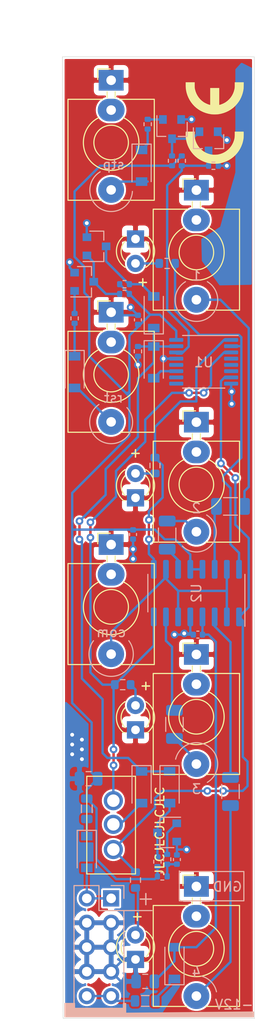
<source format=kicad_pcb>
(kicad_pcb (version 20171130) (host pcbnew "(5.1.9)-1")
  (layers (0 F.Cu signal) (31 B.Cu signal) (34 B.Paste user) (35 F.Paste user) (36 B.SilkS user) (37 F.SilkS user) (38 B.Mask user) (39 F.Mask user) (44 Edge.Cuts user))
  (net 0 "")
  (net 1 "Net-(J1-PadTN)")
  (net 2 "Net-(J2-PadTN)")
  (net 3 "Net-(J3-PadTN)")
  (net 4 "Net-(J4-PadTN)")
  (net 5 "Net-(J5-PadTN)")
  (net 6 "Net-(J5-PadT)")
  (net 7 "Net-(J6-PadTN)")
  (net 8 "Net-(J7-PadTN)")
  (net 9 "Net-(U1-Pad12)")
  (net 10 "Net-(U1-Pad10)")
  (net 11 "Net-(U1-Pad5)")
  (net 12 "Net-(U1-Pad4)")
  (net 13 "Net-(D1-Pad2)")
  (net 14 "Net-(D1-Pad1)")
  (net 15 "Net-(Q1-Pad1)")
  (net 16 "Net-(R2-Pad2)")
  (net 17 "Net-(D2-Pad2)")
  (net 18 "Net-(D3-Pad2)")
  (net 19 "Net-(D4-Pad2)")
  (net 20 "Net-(D4-Pad1)")
  (net 21 "Net-(Q2-Pad1)")
  (net 22 "Net-(Q3-Pad3)")
  (net 23 "Net-(Q3-Pad1)")
  (net 24 +12V)
  (net 25 "Net-(C1-Pad2)")
  (net 26 -12V)
  (net 27 "Net-(D5-Pad2)")
  (net 28 "Net-(D6-Pad2)")
  (net 29 "Net-(Q5-Pad1)")
  (net 30 "Net-(R13-Pad2)")
  (net 31 "Net-(R14-Pad2)")
  (net 32 "Net-(R15-Pad2)")
  (net 33 "Net-(D9-Pad2)")
  (net 34 "Net-(D10-Pad2)")
  (net 35 "Net-(D7-Pad2)")
  (net 36 "Net-(D8-Pad2)")
  (net 37 "Net-(R19-Pad2)")
  (net 38 "Net-(R16-Pad2)")
  (net 39 "Net-(R17-Pad2)")
  (net 40 "Net-(R18-Pad2)")
  (net 41 "Net-(D11-Pad2)")
  (net 42 "Net-(D11-Pad1)")
  (net 43 "Net-(D12-Pad1)")
  (net 44 "Net-(FB2-Pad2)")
  (net 45 MR)
  (net 46 out1)
  (net 47 out2)
  (net 48 out3)
  (net 49 out4)
  (net 50 GNDREF)
  (net 51 STEP)
  (module Symbol:CE-Logo_8.5x6mm_SilkScreen (layer F.Cu) (at 255.905 85.725 90)
    (fp_text reference REF** hide)
    (fp_text value CE-Logo_8.5x6mm_SilkScreen hide)
  )
  (module Resistor_SMD:R_1206_3216Metric (layer B.Cu) (at 257.556 155.2555 90)
    (fp_text reference R15 hide)
    (fp_text value 1k)
    (pad 2 smd roundrect (at 1.4625 0 90) (size 1.125 1.75) (layers B.Cu B.Paste B.Mask) (roundrect_rratio 0.2222213333333333) (net 32 "Net-(R15-Pad2)"))
    (pad 1 smd roundrect (at -1.4625 0 90) (size 1.125 1.75) (layers B.Cu B.Paste B.Mask) (roundrect_rratio 0.2222213333333333) (net 49 out4))
  )
  (module Resistor_SMD:R_1206_3216Metric (layer B.Cu) (at 251.714 148.2745 90)
    (fp_text reference R14 hide)
    (fp_text value 1k)
    (pad 2 smd roundrect (at 1.4625 0 90) (size 1.125 1.75) (layers B.Cu B.Paste B.Mask) (roundrect_rratio 0.2222213333333333) (net 31 "Net-(R14-Pad2)"))
    (pad 1 smd roundrect (at -1.4625 0 90) (size 1.125 1.75) (layers B.Cu B.Paste B.Mask) (roundrect_rratio 0.2222213333333333) (net 48 out3))
  )
  (module Resistor_SMD:R_1206_3216Metric (layer B.Cu) (at 250.952 128.5855 270)
    (fp_text reference R13 hide)
    (fp_text value 1k)
    (pad 2 smd roundrect (at 1.4625 0 270) (size 1.125 1.75) (layers B.Cu B.Paste B.Mask) (roundrect_rratio 0.2222213333333333) (net 30 "Net-(R13-Pad2)"))
    (pad 1 smd roundrect (at -1.4625 0 270) (size 1.125 1.75) (layers B.Cu B.Paste B.Mask) (roundrect_rratio 0.2222213333333333) (net 47 out2))
  )
  (module Resistor_SMD:R_1206_3216Metric (layer B.Cu) (at 257.556 125.603 180)
    (fp_text reference R2 hide)
    (fp_text value 1k)
    (pad 2 smd roundrect (at 1.4625 0 180) (size 1.125 1.75) (layers B.Cu B.Paste B.Mask) (roundrect_rratio 0.2222213333333333) (net 16 "Net-(R2-Pad2)"))
    (pad 1 smd roundrect (at -1.4625 0 180) (size 1.125 1.75) (layers B.Cu B.Paste B.Mask) (roundrect_rratio 0.2222213333333333) (net 46 out1))
  )
  (module Resistor_SMD:R_0402_1005Metric (layer B.Cu) (at 250.446 164.084 180)
    (fp_text reference R10 hide)
    (fp_text value 100k)
    (pad 2 smd roundrect (at 0.51 0 180) (size 0.54 0.64) (layers B.Cu B.Paste B.Mask) (net 24 +12V))
    (pad 1 smd roundrect (at -0.51 0 180) (size 0.54 0.64) (layers B.Cu B.Paste B.Mask) (net 25 "Net-(C1-Pad2)"))
  )
  (module myKicadLib:SW_SPDT_2_5mm (layer F.Cu) (at 243.84 153.67)
    (fp_text reference SW1 hide)
    (fp_text value "2 4 3")
    (pad 3 thru_hole circle (at 1.5 7.62) (size 2 2) (drill 1.3) (layers *.Cu *.Mask) (net 37 "Net-(R19-Pad2)"))
    (pad 2 thru_hole circle (at 1.5 5) (size 2 2) (drill 1.3) (layers *.Cu *.Mask) (net 28 "Net-(D6-Pad2)"))
    (pad 1 thru_hole circle (at 1.5 2.54) (size 2 2) (drill 1.3) (layers *.Cu *.Mask) (net 40 "Net-(R18-Pad2)"))
  )
  (module Inductor_SMD:L_0805_2012Metric (layer B.Cu) (at 248.666 177.038 180)
    (fp_text reference FB2 hide)
    (fp_text value Ferrite_Bead_Small)
    (pad 2 smd roundrect (at 1.0625 0 180) (size 0.875 1.2) (layers B.Cu B.Paste B.Mask) (net 44 "Net-(FB2-Pad2)"))
    (pad 1 smd roundrect (at -1.0625 0 180) (size 0.875 1.2) (layers B.Cu B.Paste B.Mask) (net 43 "Net-(D12-Pad1)"))
  )
  (module Inductor_SMD:L_0805_2012Metric (layer B.Cu) (at 242.57 157.0525 270)
    (fp_text reference FB1 hide)
    (fp_text value Ferrite_Bead_Small)
    (pad 2 smd roundrect (at 1.0625 0 270) (size 0.875 1.2) (layers B.Cu B.Paste B.Mask) (net 42 "Net-(D11-Pad1)"))
    (pad 1 smd roundrect (at -1.0625 0 270) (size 0.875 1.2) (layers B.Cu B.Paste B.Mask) (net 24 +12V))
  )
  (module Diode_SMD:D_SOD-123 (layer B.Cu) (at 251.714 173.102 90)
    (fp_text reference D12 hide)
    (fp_text value 1N5819W)
    (pad 1 smd rect (at -1.65 0 90) (size 0.9 1.2) (layers B.Cu B.Paste B.Mask) (net 43 "Net-(D12-Pad1)"))
    (pad 2 smd rect (at 1.65 0 90) (size 0.9 1.2) (layers B.Cu B.Paste B.Mask) (net 26 -12V))
  )
  (module Diode_SMD:D_SOD-123 (layer B.Cu) (at 242.57 161.545 270)
    (fp_text reference D11 hide)
    (fp_text value 1N5819W)
    (pad 2 smd rect (at 1.65 0 270) (size 0.9 1.2) (layers B.Cu B.Paste B.Mask) (net 41 "Net-(D11-Pad2)"))
    (pad 1 smd rect (at -1.65 0 270) (size 0.9 1.2) (layers B.Cu B.Paste B.Mask) (net 42 "Net-(D11-Pad1)"))
  )
  (module Capacitor_SMD:C_0805_2012Metric (layer B.Cu) (at 248.666 175.006)
    (fp_text reference C6 hide)
    (fp_text value 10u hide)
    (pad 2 smd roundrect (at 0.95 0) (size 1 1.45) (layers B.Cu B.Paste B.Mask) (net 26 -12V))
    (pad 1 smd roundrect (at -0.95 0) (size 1 1.45) (layers B.Cu B.Paste B.Mask) (net 50 GNDREF))
  )
  (module Capacitor_SMD:C_0805_2012Metric (layer B.Cu) (at 242.758 153.924 180)
    (fp_text reference C5 hide)
    (fp_text value 22u)
    (pad 2 smd roundrect (at 0.95 0 180) (size 1 1.45) (layers B.Cu B.Paste B.Mask) (net 50 GNDREF))
    (pad 1 smd roundrect (at -0.95 0 180) (size 1 1.45) (layers B.Cu B.Paste B.Mask) (net 24 +12V))
  )
  (module Connector_PinHeader_2.54mm:PinHeader_2x05_P2.54mm_Vertical (layer B.Cu) (at 245.11 166.37 180)
    (fp_text reference J8 hide)
    (fp_text value Conn_02x05_Odd_Even)
    (pad 10 thru_hole oval (at 2.54 -10.16 180) (size 1.7 1.7) (drill 1) (layers *.Cu *.Mask) (net 44 "Net-(FB2-Pad2)"))
    (pad 9 thru_hole oval (at 0 -10.16 180) (size 1.7 1.7) (drill 1) (layers *.Cu *.Mask) (net 44 "Net-(FB2-Pad2)"))
    (pad 8 thru_hole oval (at 2.54 -7.62 180) (size 1.7 1.7) (drill 1) (layers *.Cu *.Mask) (net 50 GNDREF))
    (pad 7 thru_hole oval (at 0 -7.62 180) (size 1.7 1.7) (drill 1) (layers *.Cu *.Mask) (net 50 GNDREF))
    (pad 6 thru_hole oval (at 2.54 -5.08 180) (size 1.7 1.7) (drill 1) (layers *.Cu *.Mask) (net 50 GNDREF))
    (pad 5 thru_hole oval (at 0 -5.08 180) (size 1.7 1.7) (drill 1) (layers *.Cu *.Mask) (net 50 GNDREF))
    (pad 4 thru_hole oval (at 2.54 -2.54 180) (size 1.7 1.7) (drill 1) (layers *.Cu *.Mask) (net 50 GNDREF))
    (pad 3 thru_hole oval (at 0 -2.54 180) (size 1.7 1.7) (drill 1) (layers *.Cu *.Mask) (net 50 GNDREF))
    (pad 2 thru_hole oval (at 2.54 0 180) (size 1.7 1.7) (drill 1) (layers *.Cu *.Mask) (net 41 "Net-(D11-Pad2)"))
    (pad 1 thru_hole rect (at 0 0 180) (size 1.7 1.7) (drill 1) (layers *.Cu *.Mask) (net 41 "Net-(D11-Pad2)"))
  )
  (module LED_THT:LED_D3.0mm (layer F.Cu) (at 247.65 172.72 90)
    (fp_text reference D10 hide)
    (fp_text value LED)
    (pad 2 thru_hole circle (at 2.54 0 90) (size 1.8 1.8) (drill 0.9) (layers *.Cu *.Mask) (net 34 "Net-(D10-Pad2)"))
    (pad 1 thru_hole rect (at 0 0 90) (size 1.8 1.8) (drill 0.9) (layers *.Cu *.Mask) (net 50 GNDREF))
  )
  (module LED_THT:LED_D3.0mm (layer F.Cu) (at 247.65 148.844 90)
    (fp_text reference D9 hide)
    (fp_text value LED)
    (pad 2 thru_hole circle (at 2.54 0 90) (size 1.8 1.8) (drill 0.9) (layers *.Cu *.Mask) (net 33 "Net-(D9-Pad2)"))
    (pad 1 thru_hole rect (at 0 0 90) (size 1.8 1.8) (drill 0.9) (layers *.Cu *.Mask) (net 50 GNDREF))
  )
  (module LED_THT:LED_D3.0mm (layer F.Cu) (at 247.65 124.714 90)
    (fp_text reference D8 hide)
    (fp_text value LED)
    (pad 2 thru_hole circle (at 2.54 0 90) (size 1.8 1.8) (drill 0.9) (layers *.Cu *.Mask) (net 36 "Net-(D8-Pad2)"))
    (pad 1 thru_hole rect (at 0 0 90) (size 1.8 1.8) (drill 0.9) (layers *.Cu *.Mask) (net 50 GNDREF))
  )
  (module LED_THT:LED_D3.0mm (layer F.Cu) (at 247.65 97.79 270)
    (fp_text reference D7 hide)
    (fp_text value LED)
    (pad 2 thru_hole circle (at 2.54 0 270) (size 1.8 1.8) (drill 0.9) (layers *.Cu *.Mask) (net 35 "Net-(D7-Pad2)"))
    (pad 1 thru_hole rect (at 0 0 270) (size 1.8 1.8) (drill 0.9) (layers *.Cu *.Mask) (net 50 GNDREF))
  )
  (module Resistor_SMD:R_0603_1608Metric (layer B.Cu) (at 247.65 164.465 90)
    (fp_text reference R19 hide)
    (fp_text value 1k)
    (pad 2 smd roundrect (at 0.825 0 90) (size 0.8 0.95) (layers B.Cu B.Paste B.Mask) (net 37 "Net-(R19-Pad2)"))
    (pad 1 smd roundrect (at -0.825 0 90) (size 0.8 0.95) (layers B.Cu B.Paste B.Mask) (net 34 "Net-(D10-Pad2)"))
  )
  (module Resistor_SMD:R_0603_1608Metric (layer B.Cu) (at 246.316 144.145 180)
    (fp_text reference R18 hide)
    (fp_text value 1k)
    (pad 2 smd roundrect (at 0.825 0 180) (size 0.8 0.95) (layers B.Cu B.Paste B.Mask) (net 40 "Net-(R18-Pad2)"))
    (pad 1 smd roundrect (at -0.825 0 180) (size 0.8 0.95) (layers B.Cu B.Paste B.Mask) (net 33 "Net-(D9-Pad2)"))
  )
  (module Resistor_SMD:R_0603_1608Metric (layer B.Cu) (at 249.682 121.349 90)
    (fp_text reference R17 hide)
    (fp_text value 1k)
    (pad 2 smd roundrect (at 0.825 0 90) (size 0.8 0.95) (layers B.Cu B.Paste B.Mask) (net 39 "Net-(R17-Pad2)"))
    (pad 1 smd roundrect (at -0.825 0 90) (size 0.8 0.95) (layers B.Cu B.Paste B.Mask) (net 36 "Net-(D8-Pad2)"))
  )
  (module Resistor_SMD:R_0603_1608Metric (layer B.Cu) (at 250.952 100.33)
    (fp_text reference R16 hide)
    (fp_text value 1k)
    (pad 2 smd roundrect (at 0.825 0) (size 0.8 0.95) (layers B.Cu B.Paste B.Mask) (net 38 "Net-(R16-Pad2)"))
    (pad 1 smd roundrect (at -0.825 0) (size 0.8 0.95) (layers B.Cu B.Paste B.Mask) (net 35 "Net-(D7-Pad2)"))
  )
  (module Resistor_SMD:R_0402_1005Metric (layer B.Cu) (at 249.936 162.56 90)
    (fp_text reference R12 hide)
    (fp_text value 10k)
    (pad 2 smd roundrect (at 0.51 0 90) (size 0.54 0.64) (layers B.Cu B.Paste B.Mask) (net 27 "Net-(D5-Pad2)"))
    (pad 1 smd roundrect (at -0.51 0 90) (size 0.54 0.64) (layers B.Cu B.Paste B.Mask) (net 24 +12V))
  )
  (module Resistor_SMD:R_0402_1005Metric (layer B.Cu) (at 250.952 162.306 270)
    (fp_text reference R11 hide)
    (fp_text value 10k)
    (pad 2 smd roundrect (at 0.51 0 270) (size 0.54 0.64) (layers B.Cu B.Paste B.Mask) (net 25 "Net-(C1-Pad2)"))
    (pad 1 smd roundrect (at -0.51 0 270) (size 0.54 0.64) (layers B.Cu B.Paste B.Mask) (net 29 "Net-(Q5-Pad1)"))
  )
  (module Package_TO_SOT_SMD:SOT-23 (layer B.Cu) (at 250.952 159.512 180)
    (fp_text reference Q5 hide)
    (fp_text value MMBT3904)
    (pad 3 smd rect (at 1 0 180) (size 0.9 0.8) (layers B.Cu B.Paste B.Mask) (net 27 "Net-(D5-Pad2)"))
    (pad 2 smd rect (at -1 -0.95 180) (size 0.9 0.8) (layers B.Cu B.Paste B.Mask) (net 50 GNDREF))
    (pad 1 smd rect (at -1 0.95 180) (size 0.9 0.8) (layers B.Cu B.Paste B.Mask) (net 29 "Net-(Q5-Pad1)"))
  )
  (module Diode_SMD:D_SOD-123 (layer B.Cu) (at 248.285 154.812 270)
    (fp_text reference D6 hide)
    (fp_text value 1N4148W)
    (pad 2 smd rect (at 1.65 0 270) (size 0.9 1.2) (layers B.Cu B.Paste B.Mask) (net 28 "Net-(D6-Pad2)"))
    (pad 1 smd rect (at -1.65 0 270) (size 0.9 1.2) (layers B.Cu B.Paste B.Mask) (net 45 MR))
  )
  (module Diode_SMD:D_SOD-123 (layer B.Cu) (at 251.206 154.812 270)
    (fp_text reference D5 hide)
    (fp_text value 1N4148W)
    (pad 2 smd rect (at 1.65 0 270) (size 0.9 1.2) (layers B.Cu B.Paste B.Mask) (net 27 "Net-(D5-Pad2)"))
    (pad 1 smd rect (at -1.65 0 270) (size 0.9 1.2) (layers B.Cu B.Paste B.Mask) (net 45 MR))
  )
  (module Capacitor_SMD:C_0402_1005Metric (layer B.Cu) (at 254.155 138.938 180)
    (fp_text reference C4 hide)
    (fp_text value 100n)
    (pad 2 smd roundrect (at 0.48 0 180) (size 0.56 0.62) (layers B.Cu B.Paste B.Mask) (net 50 GNDREF))
    (pad 1 smd roundrect (at -0.48 0 180) (size 0.56 0.62) (layers B.Cu B.Paste B.Mask) (net 26 -12V))
  )
  (module Capacitor_SMD:C_0402_1005Metric (layer B.Cu) (at 247.396 128.524 90)
    (fp_text reference C3 hide)
    (fp_text value 100n)
    (pad 2 smd roundrect (at 0.48 0 90) (size 0.56 0.62) (layers B.Cu B.Paste B.Mask) (net 24 +12V))
    (pad 1 smd roundrect (at -0.48 0 90) (size 0.56 0.62) (layers B.Cu B.Paste B.Mask) (net 50 GNDREF))
  )
  (module Capacitor_SMD:C_0402_1005Metric (layer B.Cu) (at 247.904 106.2 270)
    (fp_text reference C2 hide)
    (fp_text value 100n)
    (pad 2 smd roundrect (at 0.48 0 270) (size 0.56 0.62) (layers B.Cu B.Paste B.Mask) (net 24 +12V))
    (pad 1 smd roundrect (at -0.48 0 270) (size 0.56 0.62) (layers B.Cu B.Paste B.Mask) (net 50 GNDREF))
  )
  (module Capacitor_SMD:C_0402_1005Metric (layer B.Cu) (at 251.968 162.334 270)
    (fp_text reference C1 hide)
    (fp_text value 1u)
    (pad 2 smd roundrect (at 0.48 0 270) (size 0.56 0.62) (layers B.Cu B.Paste B.Mask) (net 25 "Net-(C1-Pad2)"))
    (pad 1 smd roundrect (at -0.48 0 270) (size 0.56 0.62) (layers B.Cu B.Paste B.Mask) (net 50 GNDREF))
  )
  (module Resistor_SMD:R_0402_1005Metric (layer B.Cu) (at 247.904 109.476 90)
    (fp_text reference R9 hide)
    (fp_text value 47k)
    (pad 2 smd roundrect (at 0.51 0 90) (size 0.54 0.64) (layers B.Cu B.Paste B.Mask) (net 45 MR))
    (pad 1 smd roundrect (at -0.51 0 90) (size 0.54 0.64) (layers B.Cu B.Paste B.Mask) (net 50 GNDREF))
  )
  (module Resistor_SMD:R_0402_1005Metric (layer B.Cu) (at 255.778 90.17)
    (fp_text reference R8 hide)
    (fp_text value 47k)
    (pad 2 smd roundrect (at 0.51 0) (size 0.54 0.64) (layers B.Cu B.Paste B.Mask) (net 50 GNDREF))
    (pad 1 smd roundrect (at -0.51 0) (size 0.54 0.64) (layers B.Cu B.Paste B.Mask) (net 51 STEP))
  )
  (module Resistor_SMD:R_0402_1005Metric (layer B.Cu) (at 246.507 102.489)
    (fp_text reference R7 hide)
    (fp_text value 10k)
    (pad 2 smd roundrect (at 0.51 0) (size 0.54 0.64) (layers B.Cu B.Paste B.Mask) (net 17 "Net-(D2-Pad2)"))
    (pad 1 smd roundrect (at -0.51 0) (size 0.54 0.64) (layers B.Cu B.Paste B.Mask) (net 24 +12V))
  )
  (module Resistor_SMD:R_0402_1005Metric (layer B.Cu) (at 246.505 103.505 180)
    (fp_text reference R6 hide)
    (fp_text value 10k)
    (pad 2 smd roundrect (at 0.51 0 180) (size 0.54 0.64) (layers B.Cu B.Paste B.Mask) (net 22 "Net-(Q3-Pad3)"))
    (pad 1 smd roundrect (at -0.51 0 180) (size 0.54 0.64) (layers B.Cu B.Paste B.Mask) (net 24 +12V))
  )
  (module Resistor_SMD:R_0402_1005Metric (layer B.Cu) (at 251.46 89.66 90)
    (fp_text reference R5 hide)
    (fp_text value 10k)
    (pad 2 smd roundrect (at 0.51 0 90) (size 0.54 0.64) (layers B.Cu B.Paste B.Mask) (net 15 "Net-(Q1-Pad1)"))
    (pad 1 smd roundrect (at -0.51 0 90) (size 0.54 0.64) (layers B.Cu B.Paste B.Mask) (net 24 +12V))
  )
  (module Resistor_SMD:R_0402_1005Metric (layer B.Cu) (at 241.3 106.045 270)
    (fp_text reference R4 hide)
    (fp_text value 47k)
    (pad 2 smd roundrect (at 0.51 0 270) (size 0.54 0.64) (layers B.Cu B.Paste B.Mask) (net 20 "Net-(D4-Pad1)"))
    (pad 1 smd roundrect (at -0.51 0 270) (size 0.54 0.64) (layers B.Cu B.Paste B.Mask) (net 23 "Net-(Q3-Pad1)"))
  )
  (module Package_TO_SOT_SMD:SOT-23 (layer B.Cu) (at 243.586 98.552)
    (fp_text reference Q4 hide)
    (fp_text value MMBT3904)
    (pad 3 smd rect (at 1 0) (size 0.9 0.8) (layers B.Cu B.Paste B.Mask) (net 17 "Net-(D2-Pad2)"))
    (pad 2 smd rect (at -1 -0.95) (size 0.9 0.8) (layers B.Cu B.Paste B.Mask) (net 50 GNDREF))
    (pad 1 smd rect (at -1 0.95) (size 0.9 0.8) (layers B.Cu B.Paste B.Mask) (net 22 "Net-(Q3-Pad3)"))
  )
  (module Package_TO_SOT_SMD:SOT-23 (layer B.Cu) (at 242.3 102.235)
    (fp_text reference Q3 hide)
    (fp_text value MMBT3904)
    (pad 3 smd rect (at 1 0) (size 0.9 0.8) (layers B.Cu B.Paste B.Mask) (net 22 "Net-(Q3-Pad3)"))
    (pad 2 smd rect (at -1 -0.95) (size 0.9 0.8) (layers B.Cu B.Paste B.Mask) (net 50 GNDREF))
    (pad 1 smd rect (at -1 0.95) (size 0.9 0.8) (layers B.Cu B.Paste B.Mask) (net 23 "Net-(Q3-Pad1)"))
  )
  (module Package_TO_SOT_SMD:SOT-23 (layer B.Cu) (at 251.46 86.36 270)
    (fp_text reference Q2 hide)
    (fp_text value MMBT3904)
    (pad 3 smd rect (at 1 0 270) (size 0.9 0.8) (layers B.Cu B.Paste B.Mask) (net 15 "Net-(Q1-Pad1)"))
    (pad 2 smd rect (at -1 -0.95 270) (size 0.9 0.8) (layers B.Cu B.Paste B.Mask) (net 50 GNDREF))
    (pad 1 smd rect (at -1 0.95 270) (size 0.9 0.8) (layers B.Cu B.Paste B.Mask) (net 21 "Net-(Q2-Pad1)"))
  )
  (module Diode_SMD:D_SOD-123 (layer B.Cu) (at 241.3 111.633 270)
    (fp_text reference D4 hide)
    (fp_text value 1N4148W)
    (pad 2 smd rect (at 1.65 0 270) (size 0.9 1.2) (layers B.Cu B.Paste B.Mask) (net 19 "Net-(D4-Pad2)"))
    (pad 1 smd rect (at -1.65 0 270) (size 0.9 1.2) (layers B.Cu B.Paste B.Mask) (net 20 "Net-(D4-Pad1)"))
  )
  (module Diode_SMD:D_SOD-123 (layer B.Cu) (at 249.555 110.616 270)
    (fp_text reference D3 hide)
    (fp_text value 1N4148W)
    (pad 2 smd rect (at 1.65 0 270) (size 0.9 1.2) (layers B.Cu B.Paste B.Mask) (net 18 "Net-(D3-Pad2)"))
    (pad 1 smd rect (at -1.65 0 270) (size 0.9 1.2) (layers B.Cu B.Paste B.Mask) (net 45 MR))
  )
  (module Diode_SMD:D_SOD-123 (layer B.Cu) (at 249.555 105.411 90)
    (fp_text reference D2 hide)
    (fp_text value 1N4148W)
    (pad 2 smd rect (at 1.65 0 90) (size 0.9 1.2) (layers B.Cu B.Paste B.Mask) (net 17 "Net-(D2-Pad2)"))
    (pad 1 smd rect (at -1.65 0 90) (size 0.9 1.2) (layers B.Cu B.Paste B.Mask) (net 45 MR))
  )
  (module Resistor_SMD:R_0402_1005Metric (layer B.Cu) (at 252.476 89.662 270)
    (fp_text reference R3 hide)
    (fp_text value 10k)
    (pad 2 smd roundrect (at 0.51 0 270) (size 0.54 0.64) (layers B.Cu B.Paste B.Mask) (net 51 STEP))
    (pad 1 smd roundrect (at -0.51 0 270) (size 0.54 0.64) (layers B.Cu B.Paste B.Mask) (net 24 +12V))
  )
  (module Package_TO_SOT_SMD:SOT-23 (layer B.Cu) (at 255.27 87.63 270)
    (fp_text reference Q1 hide)
    (fp_text value MMBT3904)
    (pad 3 smd rect (at 1 0 270) (size 0.9 0.8) (layers B.Cu B.Paste B.Mask) (net 51 STEP))
    (pad 2 smd rect (at -1 -0.95 270) (size 0.9 0.8) (layers B.Cu B.Paste B.Mask) (net 50 GNDREF))
    (pad 1 smd rect (at -1 0.95 270) (size 0.9 0.8) (layers B.Cu B.Paste B.Mask) (net 15 "Net-(Q1-Pad1)"))
  )
  (module Resistor_SMD:R_0402_1005Metric (layer B.Cu) (at 248.92 85.85 270)
    (fp_text reference R1 hide)
    (fp_text value 47k)
    (pad 2 smd roundrect (at 0.51 0 270) (size 0.54 0.64) (layers B.Cu B.Paste B.Mask) (net 14 "Net-(D1-Pad1)"))
    (pad 1 smd roundrect (at -0.51 0 270) (size 0.54 0.64) (layers B.Cu B.Paste B.Mask) (net 21 "Net-(Q2-Pad1)"))
  )
  (module Diode_SMD:D_SOD-123 (layer B.Cu) (at 248.285 90.17 270)
    (fp_text reference D1 hide)
    (fp_text value 1N4148W)
    (pad 2 smd rect (at 1.65 0 270) (size 0.9 1.2) (layers B.Cu B.Paste B.Mask) (net 13 "Net-(D1-Pad2)"))
    (pad 1 smd rect (at -1.65 0 270) (size 0.9 1.2) (layers B.Cu B.Paste B.Mask) (net 14 "Net-(D1-Pad1)"))
  )
  (module Package_SO:TSSOP-16_4.4x5mm_P0.65mm (layer B.Cu) (at 254.762 110.561 180)
    (fp_text reference U1 (at 0 -0.056 180) (layer B.SilkS) (effects (justify mirror)))
    (fp_text value 4022B)
    (pad 16 smd roundrect (at 2.8625 2.275 180) (size 1.475 0.4) (layers B.Cu B.Paste B.Mask) (net 24 +12V))
    (pad 15 smd roundrect (at 2.8625 1.625 180) (size 1.475 0.4) (layers B.Cu B.Paste B.Mask) (net 45 MR))
    (pad 14 smd roundrect (at 2.8625 0.975 180) (size 1.475 0.4) (layers B.Cu B.Paste B.Mask) (net 51 STEP))
    (pad 13 smd roundrect (at 2.8625 0.325 180) (size 1.475 0.4) (layers B.Cu B.Paste B.Mask) (net 50 GNDREF))
    (pad 12 smd roundrect (at 2.8625 -0.325 180) (size 1.475 0.4) (layers B.Cu B.Paste B.Mask) (net 9 "Net-(U1-Pad12)"))
    (pad 11 smd roundrect (at 2.8625 -0.975 180) (size 1.475 0.4) (layers B.Cu B.Paste B.Mask) (net 18 "Net-(D3-Pad2)"))
    (pad 10 smd roundrect (at 2.8625 -1.625 180) (size 1.475 0.4) (layers B.Cu B.Paste B.Mask) (net 10 "Net-(U1-Pad10)"))
    (pad 9 smd roundrect (at 2.8625 -2.275 180) (size 1.475 0.4) (layers B.Cu B.Paste B.Mask))
    (pad 8 smd roundrect (at -2.8625 -2.275 180) (size 1.475 0.4) (layers B.Cu B.Paste B.Mask) (net 50 GNDREF))
    (pad 7 smd roundrect (at -2.8625 -1.625 180) (size 1.475 0.4) (layers B.Cu B.Paste B.Mask) (net 37 "Net-(R19-Pad2)"))
    (pad 6 smd roundrect (at -2.8625 -0.975 180) (size 1.475 0.4) (layers B.Cu B.Paste B.Mask))
    (pad 5 smd roundrect (at -2.8625 -0.325 180) (size 1.475 0.4) (layers B.Cu B.Paste B.Mask) (net 11 "Net-(U1-Pad5)"))
    (pad 4 smd roundrect (at -2.8625 0.325 180) (size 1.475 0.4) (layers B.Cu B.Paste B.Mask) (net 12 "Net-(U1-Pad4)"))
    (pad 3 smd roundrect (at -2.8625 0.975 180) (size 1.475 0.4) (layers B.Cu B.Paste B.Mask) (net 40 "Net-(R18-Pad2)"))
    (pad 2 smd roundrect (at -2.8625 1.625 180) (size 1.475 0.4) (layers B.Cu B.Paste B.Mask) (net 38 "Net-(R16-Pad2)"))
    (pad 1 smd roundrect (at -2.8625 2.275 180) (size 1.475 0.4) (layers B.Cu B.Paste B.Mask) (net 39 "Net-(R17-Pad2)"))
  )
  (module Package_SO:SOIC-16_3.9x9.9mm_P1.27mm (layer B.Cu) (at 254 134.62 90)
    (fp_text reference U2 (at 0 0 270) (layer B.SilkS) (effects (justify mirror)))
    (fp_text value DG412xY)
    (pad 16 smd roundrect (at 2.475 4.445 90) (size 1.95 0.6) (layers B.Cu B.Paste B.Mask) (net 38 "Net-(R16-Pad2)"))
    (pad 15 smd roundrect (at 2.475 3.175 90) (size 1.95 0.6) (layers B.Cu B.Paste B.Mask) (net 6 "Net-(J5-PadT)"))
    (pad 14 smd roundrect (at 2.475 1.905 90) (size 1.95 0.6) (layers B.Cu B.Paste B.Mask) (net 16 "Net-(R2-Pad2)"))
    (pad 13 smd roundrect (at 2.475 0.635 90) (size 1.95 0.6) (layers B.Cu B.Paste B.Mask) (net 24 +12V))
    (pad 12 smd roundrect (at 2.475 -0.635 90) (size 1.95 0.6) (layers B.Cu B.Paste B.Mask) (net 24 +12V))
    (pad 11 smd roundrect (at 2.475 -1.905 90) (size 1.95 0.6) (layers B.Cu B.Paste B.Mask) (net 30 "Net-(R13-Pad2)"))
    (pad 10 smd roundrect (at 2.475 -3.175 90) (size 1.95 0.6) (layers B.Cu B.Paste B.Mask) (net 6 "Net-(J5-PadT)"))
    (pad 9 smd roundrect (at 2.475 -4.445 90) (size 1.95 0.6) (layers B.Cu B.Paste B.Mask) (net 39 "Net-(R17-Pad2)"))
    (pad 8 smd roundrect (at -2.475 -4.445 90) (size 1.95 0.6) (layers B.Cu B.Paste B.Mask) (net 40 "Net-(R18-Pad2)"))
    (pad 7 smd roundrect (at -2.475 -3.175 90) (size 1.95 0.6) (layers B.Cu B.Paste B.Mask) (net 31 "Net-(R14-Pad2)"))
    (pad 6 smd roundrect (at -2.475 -1.905 90) (size 1.95 0.6) (layers B.Cu B.Paste B.Mask) (net 6 "Net-(J5-PadT)"))
    (pad 5 smd roundrect (at -2.475 -0.635 90) (size 1.95 0.6) (layers B.Cu B.Paste B.Mask) (net 50 GNDREF))
    (pad 4 smd roundrect (at -2.475 0.635 90) (size 1.95 0.6) (layers B.Cu B.Paste B.Mask) (net 26 -12V))
    (pad 3 smd roundrect (at -2.475 1.905 90) (size 1.95 0.6) (layers B.Cu B.Paste B.Mask) (net 32 "Net-(R15-Pad2)"))
    (pad 2 smd roundrect (at -2.475 3.175 90) (size 1.95 0.6) (layers B.Cu B.Paste B.Mask) (net 6 "Net-(J5-PadT)"))
    (pad 1 smd roundrect (at -2.475 4.445 90) (size 1.95 0.6) (layers B.Cu B.Paste B.Mask) (net 37 "Net-(R19-Pad2)"))
  )
  (module kicad_jacks:Jack_3.5mm_QingPu_WQP-PJ398SM_Vertical_CircularHolesSMALL (layer F.Cu) (at 245.11 81.28)
    (fp_text reference J7 hide)
    (fp_text value stp (at 0.254 8.763 180) (layer B.SilkS) (effects (justify mirror)))
    (pad TN thru_hole oval (at 0 3.1 180) (size 2.8 2.35) (drill 1) (layers *.Cu *.Mask) (net 8 "Net-(J7-PadTN)"))
    (pad S thru_hole rect (at 0 0 180) (size 2.6 2.15) (drill 1) (layers *.Cu *.Mask) (net 50 GNDREF))
    (pad T thru_hole circle (at 0 11.4 180) (size 2.7 2.7) (drill 1) (layers *.Cu *.Mask) (net 13 "Net-(D1-Pad2)"))
  )
  (module kicad_jacks:Jack_3.5mm_QingPu_WQP-PJ398SM_Vertical_CircularHolesSMALL (layer F.Cu) (at 245.11 105.41)
    (fp_text reference J6 hide)
    (fp_text value rst (at 0.254 8.89 180) (layer B.SilkS) (effects (justify mirror)))
    (pad TN thru_hole oval (at 0 3.1 180) (size 2.8 2.35) (drill 1) (layers *.Cu *.Mask) (net 7 "Net-(J6-PadTN)"))
    (pad S thru_hole rect (at 0 0 180) (size 2.6 2.15) (drill 1) (layers *.Cu *.Mask) (net 50 GNDREF))
    (pad T thru_hole circle (at 0 11.4 180) (size 2.7 2.7) (drill 1) (layers *.Cu *.Mask) (net 19 "Net-(D4-Pad2)"))
  )
  (module kicad_jacks:Jack_3.5mm_QingPu_WQP-PJ398SM_Vertical_CircularHolesSMALL (layer F.Cu) (at 245.11 129.57)
    (fp_text reference J5 hide)
    (fp_text value com (at 0 9.114 180) (layer B.SilkS) (effects (justify mirror)))
    (pad TN thru_hole oval (at 0 3.1 180) (size 2.8 2.35) (drill 1) (layers *.Cu *.Mask) (net 5 "Net-(J5-PadTN)"))
    (pad S thru_hole rect (at 0 0 180) (size 2.6 2.15) (drill 1) (layers *.Cu *.Mask) (net 50 GNDREF))
    (pad T thru_hole circle (at 0 11.4 180) (size 2.7 2.7) (drill 1) (layers *.Cu *.Mask) (net 6 "Net-(J5-PadT)"))
  )
  (module kicad_jacks:Jack_3.5mm_QingPu_WQP-PJ398SM_Vertical_CircularHolesSMALL (layer F.Cu) (at 254 165.13)
    (fp_text reference J4 hide)
    (fp_text value 4 (at 0 8.9235 180) (layer B.SilkS) (effects (justify mirror)))
    (pad TN thru_hole oval (at 0 3.1 180) (size 2.8 2.35) (drill 1) (layers *.Cu *.Mask) (net 4 "Net-(J4-PadTN)"))
    (pad S thru_hole rect (at 0 0 180) (size 2.6 2.15) (drill 1) (layers *.Cu *.Mask) (net 50 GNDREF))
    (pad T thru_hole circle (at 0 11.4 180) (size 2.7 2.7) (drill 1) (layers *.Cu *.Mask) (net 49 out4))
  )
  (module kicad_jacks:Jack_3.5mm_QingPu_WQP-PJ398SM_Vertical_CircularHolesSMALL (layer F.Cu) (at 254 141)
    (fp_text reference J3 hide)
    (fp_text value 3 (at 0 14.0035 180) (layer B.SilkS) (effects (justify mirror)))
    (pad TN thru_hole oval (at 0 3.1 180) (size 2.8 2.35) (drill 1) (layers *.Cu *.Mask) (net 3 "Net-(J3-PadTN)"))
    (pad S thru_hole rect (at 0 0 180) (size 2.6 2.15) (drill 1) (layers *.Cu *.Mask) (net 50 GNDREF))
    (pad T thru_hole circle (at 0 11.4 180) (size 2.7 2.7) (drill 1) (layers *.Cu *.Mask) (net 48 out3))
  )
  (module kicad_jacks:Jack_3.5mm_QingPu_WQP-PJ398SM_Vertical_CircularHolesSMALL (layer F.Cu) (at 254 116.84)
    (fp_text reference J2 hide)
    (fp_text value 2 (at 0 8.9535 180) (layer B.SilkS) (effects (justify mirror)))
    (pad TN thru_hole oval (at 0 3.1 180) (size 2.8 2.35) (drill 1) (layers *.Cu *.Mask) (net 2 "Net-(J2-PadTN)"))
    (pad S thru_hole rect (at 0 0 180) (size 2.6 2.15) (drill 1) (layers *.Cu *.Mask) (net 50 GNDREF))
    (pad T thru_hole circle (at 0 11.4 180) (size 2.7 2.7) (drill 1) (layers *.Cu *.Mask) (net 47 out2))
  )
  (module kicad_jacks:Jack_3.5mm_QingPu_WQP-PJ398SM_Vertical_CircularHolesSMALL (layer F.Cu) (at 254 92.71)
    (fp_text reference J1 hide)
    (fp_text value 1 (at 0 8.89 180) (layer B.SilkS) (effects (justify mirror)))
    (pad TN thru_hole oval (at 0 3.1 180) (size 2.8 2.35) (drill 1) (layers *.Cu *.Mask) (net 1 "Net-(J1-PadTN)"))
    (pad S thru_hole rect (at 0 0 180) (size 2.6 2.15) (drill 1) (layers *.Cu *.Mask) (net 50 GNDREF))
    (pad T thru_hole circle (at 0 11.4 180) (size 2.7 2.7) (drill 1) (layers *.Cu *.Mask) (net 46 out1))
  )
  (gr_line (start 246.44 167.64) (end 249.3645 167.64) (layer B.SilkS) (width 0.12))
  (gr_text + (at 248.412 102.235) (layer F.SilkS) (effects (font (size 1 1))))
  (gr_text + (at 247.65 120.015) (layer F.SilkS) (effects (font (size 1 1))))
  (gr_text + (at 247.8405 168.2115) (layer F.SilkS) (effects (font (size 1 1))))
  (gr_text + (at 248.7295 144.2085) (layer F.SilkS) (effects (font (size 1 1))))
  (gr_line (start 252.222 163.5125) (end 252.222 166.624) (layer B.SilkS) (width 0.12))
  (gr_line (start 258.953 163.576) (end 252.222 163.576) (layer B.SilkS) (width 0.12))
  (gr_line (start 258.953 166.624) (end 258.953 163.576) (layer B.SilkS) (width 0.12))
  (gr_line (start 252.222 166.624) (end 258.953 166.624) (layer B.SilkS) (width 0.12))
  (gr_text GND (at 257.2385 165.1635) (layer B.SilkS) (effects (font (size 1 1)) (justify mirror)))
  (gr_arc (start 254.004741 176.53) (end 256.0955 176.0855) (angle -64.08713205) (layer B.SilkS) (width 0.12))
  (gr_arc (start 253.998033 152.398821) (end 255.141033 154.303821) (angle -225.8137502) (layer B.SilkS) (width 0.12))
  (gr_arc (start 254.004741 128.271179) (end 252.5395 129.7305) (angle -194.2113614) (layer B.SilkS) (width 0.12))
  (gr_arc (start 254.004741 104.136544) (end 252.861741 102.231544) (angle -298.1316205) (layer B.SilkS) (width 0.12))
  (gr_arc (start 245.11 116.84) (end 243.84 114.9985) (angle -278.1171172) (layer B.SilkS) (width 0.12))
  (gr_arc (start 245.11 140.97) (end 243.2685 139.573) (angle -254.3694129) (layer B.SilkS) (width 0.12))
  (gr_arc (start 245.11 92.71) (end 243.967 90.805) (angle -235.6697828) (layer B.SilkS) (width 0.12))
  (gr_text + (at 248.7295 166.5605 180) (layer B.SilkS) (effects (font (size 1.5 1.5)) (justify mirror)))
  (gr_text -12V (at 257.937 177.419) (layer B.SilkS) (effects (font (size 1 1)) (justify mirror)))
  (gr_poly (pts (xy 241.3 177.8) (xy 246.38 177.8) (xy 246.38 177.292) (xy 246.634 177.292) (xy 246.634 178.308) (xy 259.969 178.181) (xy 259.969 178.689) (xy 240.284 178.689) (xy 240.284 177.292) (xy 241.3 177.292)) (layer B.SilkS) (width 0.1))
  (gr_text JLCJLCJLCJLC (at 250.19 159.385 90) (layer F.SilkS) (effects (font (size 0.9 0.9))))
  (gr_line (start 260.03 78.84) (end 240.03 78.84) (layer Edge.Cuts) (width 0.05))
  (gr_line (start 240.03 78.84) (end 240.1 178.8393) (layer Edge.Cuts) (width 0.05))
  (gr_line (start 240.1 178.8393) (end 260.1 178.8393) (layer Edge.Cuts) (width 0.05))
  (gr_line (start 260.1 178.8393) (end 260.03 78.84) (layer Edge.Cuts) (width 0.05))
  (segment (start 245.11 140.97) (end 245.11 139.060812) (width 0.25) (layer B.Cu) (net 6))
  (segment (start 252.095 137.095) (end 252.095 135.509) (width 0.25) (layer B.Cu) (net 6))
  (segment (start 257.175 132.145) (end 257.175 137.095) (width 0.25) (layer B.Cu) (net 6))
  (segment (start 252.095 134.39) (end 252.095 137.095) (width 0.25) (layer B.Cu) (net 6))
  (segment (start 250.825 133.12) (end 252.095 134.39) (width 0.25) (layer B.Cu) (net 6))
  (segment (start 250.825 132.145) (end 250.825 133.12) (width 0.25) (layer B.Cu) (net 6))
  (segment (start 245.11 140.97) (end 245.11 138.684) (width 0.25) (layer B.Cu) (net 6))
  (segment (start 250.825 132.969) (end 250.825 132.145) (width 0.25) (layer B.Cu) (net 6))
  (segment (start 245.11 138.684) (end 250.825 132.969) (width 0.25) (layer B.Cu) (net 6))
  (segment (start 252.095 134.39) (end 257.151 134.39) (width 0.25) (layer B.Cu) (net 6))
  (segment (start 245.97 91.82) (end 245.11 92.68) (width 0.25) (layer B.Cu) (net 13))
  (segment (start 248.92 91.82) (end 245.97 91.82) (width 0.25) (layer B.Cu) (net 13))
  (segment (start 248.92 87.885) (end 248.285 88.52) (width 0.25) (layer B.Cu) (net 14))
  (segment (start 248.92 86.36) (end 248.92 87.885) (width 0.25) (layer B.Cu) (net 14))
  (segment (start 251.46 89.15) (end 251.46 87.36) (width 0.25) (layer B.Cu) (net 15))
  (segment (start 253.59 87.36) (end 254.32 86.63) (width 0.25) (layer B.Cu) (net 15))
  (segment (start 251.46 87.36) (end 253.59 87.36) (width 0.25) (layer B.Cu) (net 15))
  (segment (start 255.905 125.7915) (end 256.0935 125.603) (width 0.25) (layer B.Cu) (net 16))
  (segment (start 255.905 132.145) (end 255.905 125.7915) (width 0.25) (layer B.Cu) (net 16))
  (segment (start 248.283 102.489) (end 249.555 103.761) (width 0.25) (layer B.Cu) (net 17))
  (segment (start 247.017 102.489) (end 248.283 102.489) (width 0.25) (layer B.Cu) (net 17))
  (segment (start 244.586 100.107446) (end 244.586 98.552) (width 0.25) (layer B.Cu) (net 17))
  (segment (start 246.967554 102.489) (end 244.586 100.107446) (width 0.25) (layer B.Cu) (net 17))
  (segment (start 247.017 102.489) (end 246.967554 102.489) (width 0.25) (layer B.Cu) (net 17))
  (segment (start 250.285 111.536) (end 251.8995 111.536) (width 0.25) (layer B.Cu) (net 18))
  (segment (start 249.555 112.266) (end 250.285 111.536) (width 0.25) (layer B.Cu) (net 18))
  (segment (start 241.583 113.283) (end 241.3 113.283) (width 0.25) (layer B.Cu) (net 19))
  (segment (start 245.11 116.81) (end 241.583 113.283) (width 0.25) (layer B.Cu) (net 19))
  (segment (start 241.3 106.555) (end 241.3 110.11) (width 0.25) (layer B.Cu) (net 20))
  (segment (start 248.94 85.36) (end 248.92 85.34) (width 0.25) (layer B.Cu) (net 21))
  (segment (start 250.51 85.36) (end 248.94 85.36) (width 0.25) (layer B.Cu) (net 21))
  (segment (start 244.57 103.505) (end 243.3 102.235) (width 0.25) (layer B.Cu) (net 22))
  (segment (start 245.995 103.505) (end 244.57 103.505) (width 0.25) (layer B.Cu) (net 22))
  (segment (start 243.3 100.216) (end 242.586 99.502) (width 0.25) (layer B.Cu) (net 22))
  (segment (start 243.3 102.235) (end 243.3 100.216) (width 0.25) (layer B.Cu) (net 22))
  (segment (start 241.3 103.185) (end 241.3 105.535) (width 0.25) (layer B.Cu) (net 23))
  (segment (start 253.365 130.607522) (end 253.365 132.145) (width 0.25) (layer B.Cu) (net 24))
  (segment (start 250.698 129.032) (end 251.789478 129.032) (width 0.25) (layer B.Cu) (net 24))
  (segment (start 249.682 128.016) (end 250.698 129.032) (width 0.25) (layer B.Cu) (net 24))
  (segment (start 243.703998 128.016) (end 249.682 128.016) (width 0.25) (layer B.Cu) (net 24))
  (segment (start 251.789478 129.032) (end 253.365 130.607522) (width 0.25) (layer B.Cu) (net 24))
  (segment (start 253.365 132.145) (end 254.635 132.145) (width 0.25) (layer B.Cu) (net 24))
  (segment (start 249.936 164.084) (end 249.936 163.07) (width 0.25) (layer B.Cu) (net 24))
  (segment (start 251.8995 107.3455) (end 251.615 107.061) (width 0.25) (layer B.Cu) (net 24))
  (segment (start 251.8995 108.286) (end 251.8995 107.3455) (width 0.25) (layer B.Cu) (net 24))
  (segment (start 250.19 105.664) (end 249.174 105.664) (width 0.25) (layer B.Cu) (net 24))
  (segment (start 251.587 107.061) (end 250.19 105.664) (width 0.25) (layer B.Cu) (net 24))
  (segment (start 251.615 107.061) (end 251.587 107.061) (width 0.25) (layer B.Cu) (net 24))
  (segment (start 249.174 105.664) (end 247.015 103.505) (width 0.25) (layer B.Cu) (net 24))
  (segment (start 247.013 103.505) (end 245.997 102.489) (width 0.25) (layer B.Cu) (net 24))
  (segment (start 247.015 103.505) (end 247.013 103.505) (width 0.25) (layer B.Cu) (net 24))
  (segment (start 242.824 103.886) (end 242.824 109.982) (width 0.25) (layer B.Cu) (net 24))
  (segment (start 242.316 103.378) (end 242.824 103.886) (width 0.25) (layer B.Cu) (net 24))
  (segment (start 242.316 100.711) (end 242.316 103.378) (width 0.25) (layer B.Cu) (net 24))
  (segment (start 242.232998 100.627998) (end 242.316 100.711) (width 0.25) (layer B.Cu) (net 24))
  (segment (start 242.232998 100.584) (end 242.232998 100.627998) (width 0.25) (layer B.Cu) (net 24))
  (segment (start 241.3 92.837) (end 241.3 99.651002) (width 0.25) (layer B.Cu) (net 24))
  (segment (start 243.967 90.17) (end 241.3 92.837) (width 0.25) (layer B.Cu) (net 24))
  (segment (start 241.3 99.651002) (end 242.232998 100.584) (width 0.25) (layer B.Cu) (net 24))
  (segment (start 251.46 90.17) (end 243.967 90.17) (width 0.25) (layer B.Cu) (net 24))
  (segment (start 246.6975 113.8555) (end 246.8245 113.8555) (width 0.25) (layer B.Cu) (net 24))
  (segment (start 247.015 113.665) (end 247.015 114.173) (width 0.25) (layer B.Cu) (net 24))
  (segment (start 247.015 107.823) (end 247.015 113.665) (width 0.25) (layer B.Cu) (net 24))
  (segment (start 246.8245 113.8555) (end 247.015 113.665) (width 0.25) (layer B.Cu) (net 24))
  (segment (start 246.6975 113.8555) (end 247.015 114.173) (width 0.25) (layer B.Cu) (net 24))
  (segment (start 246.888 113.792) (end 247.015 113.665) (width 0.25) (layer B.Cu) (net 24))
  (segment (start 246.634 113.792) (end 246.888 113.792) (width 0.25) (layer B.Cu) (net 24))
  (segment (start 242.824 109.982) (end 246.634 113.792) (width 0.25) (layer B.Cu) (net 24))
  (segment (start 246.634 113.792) (end 246.6975 113.8555) (width 0.25) (layer B.Cu) (net 24))
  (segment (start 242.57 155.99) (end 242.57 155.062) (width 0.25) (layer B.Cu) (net 24))
  (segment (start 242.57 155.062) (end 243.708 153.924) (width 0.25) (layer B.Cu) (net 24))
  (segment (start 243.078 153.294) (end 243.708 153.924) (width 0.25) (layer B.Cu) (net 24))
  (segment (start 243.078 148.082) (end 243.078 153.294) (width 0.25) (layer B.Cu) (net 24))
  (segment (start 252.476 89.154) (end 251.46 90.17) (width 0.25) (layer B.Cu) (net 24))
  (segment (start 252.476 89.152) (end 252.476 89.154) (width 0.25) (layer B.Cu) (net 24))
  (segment (start 247.904 106.68) (end 248.031 106.807) (width 0.25) (layer B.Cu) (net 24))
  (segment (start 248.031 106.807) (end 247.015 107.823) (width 0.25) (layer B.Cu) (net 24))
  (segment (start 249.174 105.664) (end 248.031 106.807) (width 0.25) (layer B.Cu) (net 24))
  (segment (start 241.046 146.05) (end 243.078 148.082) (width 0.25) (layer B.Cu) (net 24))
  (segment (start 243.703998 128.016) (end 241.046 128.016) (width 0.25) (layer B.Cu) (net 24))
  (segment (start 241.046 146.05) (end 241.046 128.016) (width 0.25) (layer B.Cu) (net 24))
  (segment (start 243.586 157.006) (end 242.57 155.99) (width 0.25) (layer B.Cu) (net 24))
  (segment (start 243.586 162.306) (end 243.586 157.006) (width 0.25) (layer B.Cu) (net 24))
  (segment (start 245.64501 164.36501) (end 243.586 162.306) (width 0.25) (layer B.Cu) (net 24))
  (segment (start 249.65499 164.36501) (end 245.64501 164.36501) (width 0.25) (layer B.Cu) (net 24))
  (segment (start 249.936 164.084) (end 249.65499 164.36501) (width 0.25) (layer B.Cu) (net 24))
  (segment (start 241.046 124.46) (end 241.046 128.016) (width 0.25) (layer B.Cu) (net 24))
  (segment (start 241.046 124.206) (end 241.046 124.46) (width 0.25) (layer B.Cu) (net 24))
  (segment (start 247.015 118.237) (end 241.046 124.206) (width 0.25) (layer B.Cu) (net 24))
  (segment (start 247.015 114.173) (end 247.015 118.237) (width 0.25) (layer B.Cu) (net 24))
  (segment (start 250.956 162.82) (end 250.952 162.816) (width 0.25) (layer B.Cu) (net 25))
  (segment (start 250.956 164.084) (end 250.956 162.82) (width 0.25) (layer B.Cu) (net 25))
  (segment (start 251.966 162.816) (end 251.968 162.814) (width 0.25) (layer B.Cu) (net 25))
  (segment (start 250.952 162.816) (end 251.966 162.816) (width 0.25) (layer B.Cu) (net 25))
  (segment (start 254.635 138.938) (end 254.635 137.095) (width 0.25) (layer B.Cu) (net 26))
  (segment (start 251.714 172.908) (end 251.714 171.452) (width 0.25) (layer B.Cu) (net 26))
  (segment (start 249.616 175.006) (end 251.714 172.908) (width 0.25) (layer B.Cu) (net 26))
  (segment (start 255.27 138.938) (end 254.635 138.938) (width 0.25) (layer B.Cu) (net 26))
  (segment (start 256.032 139.7) (end 255.27 138.938) (width 0.25) (layer B.Cu) (net 26))
  (segment (start 256.032 169.418) (end 256.032 139.7) (width 0.25) (layer B.Cu) (net 26))
  (segment (start 254 171.45) (end 256.032 169.418) (width 0.25) (layer B.Cu) (net 26))
  (segment (start 251.206 171.45) (end 254 171.45) (width 0.25) (layer B.Cu) (net 26))
  (segment (start 249.936 159.528) (end 249.952 159.512) (width 0.25) (layer B.Cu) (net 27))
  (segment (start 249.936 162.05) (end 249.936 159.528) (width 0.25) (layer B.Cu) (net 27))
  (segment (start 249.952 158.512) (end 249.952 159.512) (width 0.25) (layer B.Cu) (net 27))
  (segment (start 251.206 157.258) (end 249.952 158.512) (width 0.25) (layer B.Cu) (net 27))
  (segment (start 251.206 156.462) (end 251.206 157.258) (width 0.25) (layer B.Cu) (net 27))
  (segment (start 245.34 158.67) (end 246.046 158.67) (width 0.25) (layer B.Cu) (net 28))
  (segment (start 248.254 156.462) (end 248.285 156.462) (width 0.25) (layer B.Cu) (net 28))
  (segment (start 246.046 158.67) (end 248.254 156.462) (width 0.25) (layer B.Cu) (net 28))
  (segment (start 250.952 159.562) (end 251.952 158.562) (width 0.25) (layer B.Cu) (net 29))
  (segment (start 250.952 161.796) (end 250.952 159.562) (width 0.25) (layer B.Cu) (net 29))
  (segment (start 252.095 131.191) (end 252.095 132.145) (width 0.25) (layer B.Cu) (net 30))
  (segment (start 250.952 130.048) (end 252.095 131.191) (width 0.25) (layer B.Cu) (net 30))
  (segment (start 251.46 146.558) (end 251.714 146.812) (width 0.25) (layer B.Cu) (net 31))
  (segment (start 251.46 140.208) (end 251.46 146.558) (width 0.25) (layer B.Cu) (net 31))
  (segment (start 250.825 139.573) (end 251.46 140.208) (width 0.25) (layer B.Cu) (net 31))
  (segment (start 250.825 137.095) (end 250.825 139.573) (width 0.25) (layer B.Cu) (net 31))
  (segment (start 255.905 138.07) (end 255.905 137.095) (width 0.25) (layer B.Cu) (net 32))
  (segment (start 257.571592 139.736592) (end 256.5295 138.6945) (width 0.25) (layer B.Cu) (net 32))
  (segment (start 256.5295 138.6945) (end 255.905 138.07) (width 0.25) (layer B.Cu) (net 32))
  (segment (start 257.556 139.721) (end 257.4185 139.5835) (width 0.25) (layer B.Cu) (net 32))
  (segment (start 257.556 153.793) (end 257.556 139.721) (width 0.25) (layer B.Cu) (net 32))
  (segment (start 257.4185 139.5835) (end 256.5295 138.6945) (width 0.25) (layer B.Cu) (net 32))
  (segment (start 247.65 144.654) (end 247.141 144.145) (width 0.25) (layer B.Cu) (net 33))
  (segment (start 247.65 146.304) (end 247.65 144.654) (width 0.25) (layer B.Cu) (net 33))
  (segment (start 247.904 165.544) (end 247.904 169.926) (width 0.25) (layer B.Cu) (net 34))
  (segment (start 247.904 169.926) (end 247.65 170.18) (width 0.25) (layer B.Cu) (net 34))
  (segment (start 247.65 165.29) (end 247.904 165.544) (width 0.25) (layer B.Cu) (net 34))
  (segment (start 250.127 100.33) (end 247.65 100.33) (width 0.25) (layer B.Cu) (net 35))
  (segment (start 249.682 122.174) (end 247.65 122.174) (width 0.25) (layer B.Cu) (net 36))
  (segment (start 247.65 163.6) (end 247.65 163.64) (width 0.25) (layer B.Cu) (net 37))
  (segment (start 245.34 161.29) (end 247.65 163.6) (width 0.25) (layer B.Cu) (net 37))
  (segment (start 258.445 137.095) (end 259.461 136.079) (width 0.25) (layer B.Cu) (net 37))
  (segment (start 258.840553 137.490553) (end 258.445 137.095) (width 0.25) (layer B.Cu) (net 37))
  (segment (start 258.840553 151.144553) (end 258.840553 137.490553) (width 0.25) (layer B.Cu) (net 37))
  (via (at 255.143 155.194) (size 0.8) (drill 0.4) (layers F.Cu B.Cu) (net 37))
  (segment (start 256.794 155.194) (end 256.794 155.194) (width 0.25) (layer F.Cu) (net 37))
  (via (at 256.794 155.194) (size 0.8) (drill 0.4) (layers F.Cu B.Cu) (net 37))
  (segment (start 258.840553 151.403019) (end 258.840553 151.398553) (width 0.25) (layer B.Cu) (net 37))
  (segment (start 258.840553 151.144553) (end 258.840553 151.398553) (width 0.25) (layer B.Cu) (net 37))
  (segment (start 258.75601 137.40601) (end 258.445 137.095) (width 0.25) (layer B.Cu) (net 37))
  (segment (start 249.682 156.948) (end 245.34 161.29) (width 0.25) (layer B.Cu) (net 37))
  (segment (start 249.682 155.956) (end 249.682 156.948) (width 0.25) (layer B.Cu) (net 37))
  (segment (start 250.444 155.194) (end 249.682 155.956) (width 0.25) (layer B.Cu) (net 37))
  (segment (start 255.143 155.194) (end 250.444 155.194) (width 0.25) (layer B.Cu) (net 37))
  (segment (start 255.143 155.194) (end 256.794 155.194) (width 0.25) (layer F.Cu) (net 37))
  (segment (start 259.461 136.079) (end 259.461 129.159) (width 0.25) (layer B.Cu) (net 37))
  (segment (start 256.935942 112.186) (end 257.6245 112.186) (width 0.25) (layer B.Cu) (net 37))
  (segment (start 256.56199 112.559952) (end 256.935942 112.186) (width 0.25) (layer B.Cu) (net 37))
  (segment (start 259.461 129.159) (end 259.461 128.905) (width 0.25) (layer B.Cu) (net 37))
  (segment (start 258.840553 151.652553) (end 258.840553 151.398553) (width 0.25) (layer B.Cu) (net 37))
  (segment (start 259.334 152.146) (end 258.840553 151.652553) (width 0.25) (layer B.Cu) (net 37))
  (segment (start 259.334 154.686) (end 259.334 152.146) (width 0.25) (layer B.Cu) (net 37))
  (segment (start 258.826 155.194) (end 259.334 154.686) (width 0.25) (layer B.Cu) (net 37))
  (segment (start 256.794 155.194) (end 258.826 155.194) (width 0.25) (layer B.Cu) (net 37))
  (segment (start 256.56199 121.13601) (end 256.56199 112.559952) (width 0.25) (layer B.Cu) (net 37))
  (via (at 256.56199 121.13601) (size 0.8) (drill 0.4) (layers F.Cu B.Cu) (net 37))
  (segment (start 258.064 122.63802) (end 258.064 122.63802) (width 0.25) (layer B.Cu) (net 37))
  (via (at 258.064 122.63802) (size 0.8) (drill 0.4) (layers F.Cu B.Cu) (net 37))
  (segment (start 256.56199 121.13601) (end 258.064 122.63802) (width 0.25) (layer F.Cu) (net 37))
  (segment (start 258.064 127.508) (end 259.334 128.778) (width 0.25) (layer B.Cu) (net 37))
  (segment (start 258.064 122.63802) (end 258.064 127.508) (width 0.25) (layer B.Cu) (net 37))
  (segment (start 259.334 128.778) (end 259.461 128.905) (width 0.25) (layer B.Cu) (net 37))
  (segment (start 258.953 128.397) (end 259.334 128.778) (width 0.25) (layer B.Cu) (net 37))
  (segment (start 251.777 105.219) (end 251.777 100.33) (width 0.25) (layer B.Cu) (net 38))
  (segment (start 254.31899 107.76099) (end 251.777 105.219) (width 0.25) (layer B.Cu) (net 38))
  (segment (start 258.438048 107.76099) (end 254.31899 107.76099) (width 0.25) (layer B.Cu) (net 38))
  (segment (start 258.68701 108.009952) (end 258.438048 107.76099) (width 0.25) (layer B.Cu) (net 38))
  (segment (start 258.445 132.145) (end 258.445 130.429) (width 0.25) (layer B.Cu) (net 38))
  (segment (start 257.556 129.54) (end 257.556 123.952) (width 0.25) (layer B.Cu) (net 38))
  (segment (start 258.445 130.429) (end 257.556 129.54) (width 0.25) (layer B.Cu) (net 38))
  (segment (start 257.556 123.952) (end 257.556 123.698) (width 0.25) (layer B.Cu) (net 38))
  (segment (start 257.556 123.698) (end 257.338999 123.480999) (width 0.25) (layer B.Cu) (net 38))
  (segment (start 257.338999 123.480999) (end 256.794 122.936) (width 0.25) (layer B.Cu) (net 38))
  (segment (start 256.794 122.936) (end 256.794 122.428) (width 0.25) (layer B.Cu) (net 38))
  (segment (start 256.794 122.428) (end 257.81 121.412) (width 0.25) (layer B.Cu) (net 38))
  (segment (start 257.81 121.412) (end 258.68701 120.53499) (width 0.25) (layer B.Cu) (net 38))
  (segment (start 258.68701 109.10499) (end 258.68701 108.009952) (width 0.25) (layer B.Cu) (net 38))
  (segment (start 258.68701 120.53499) (end 258.68701 109.10499) (width 0.25) (layer B.Cu) (net 38))
  (segment (start 258.68701 109.10499) (end 258.68701 108.95401) (width 0.25) (layer B.Cu) (net 38))
  (segment (start 258.669 108.936) (end 258.68701 108.95401) (width 0.25) (layer B.Cu) (net 38))
  (segment (start 257.6245 108.936) (end 258.669 108.936) (width 0.25) (layer B.Cu) (net 38))
  (segment (start 249.555 132.145) (end 249.555 131.064) (width 0.25) (layer B.Cu) (net 39))
  (segment (start 249.555 131.064) (end 249.047 130.556) (width 0.25) (layer B.Cu) (net 39))
  (segment (start 249.047 130.556) (end 249.047 129.032) (width 0.25) (layer B.Cu) (net 39))
  (segment (start 249.047 129.032) (end 249.047 129.032) (width 0.25) (layer B.Cu) (net 39))
  (via (at 249.047 129.032) (size 0.8) (drill 0.4) (layers F.Cu B.Cu) (net 39))
  (segment (start 249.047 129.032) (end 249.047 127) (width 0.25) (layer F.Cu) (net 39))
  (segment (start 249.047 127) (end 249.047 127) (width 0.25) (layer F.Cu) (net 39))
  (via (at 249.047 127) (size 0.8) (drill 0.4) (layers F.Cu B.Cu) (net 39))
  (segment (start 249.3 126.747) (end 249.047 127) (width 0.25) (layer B.Cu) (net 39))
  (segment (start 254 111.173) (end 254 112.776) (width 0.25) (layer B.Cu) (net 39))
  (segment (start 256.887 108.286) (end 254 111.173) (width 0.25) (layer B.Cu) (net 39))
  (segment (start 257.6245 108.286) (end 256.887 108.286) (width 0.25) (layer B.Cu) (net 39))
  (segment (start 249.047 127) (end 249.047 126.111) (width 0.25) (layer B.Cu) (net 39))
  (segment (start 250.48201 121.32401) (end 249.682 120.524) (width 0.25) (layer B.Cu) (net 39))
  (segment (start 250.48201 124.67599) (end 250.48201 121.32401) (width 0.25) (layer B.Cu) (net 39))
  (segment (start 249.047 126.111) (end 250.48201 124.67599) (width 0.25) (layer B.Cu) (net 39))
  (segment (start 249.682 117.348) (end 249.682 120.524) (width 0.25) (layer B.Cu) (net 39))
  (segment (start 252.349 114.681) (end 249.682 117.348) (width 0.25) (layer B.Cu) (net 39))
  (segment (start 254 114.681) (end 252.349 114.681) (width 0.25) (layer B.Cu) (net 39))
  (segment (start 254 111.173) (end 254 114.681) (width 0.25) (layer B.Cu) (net 39))
  (segment (start 245.364 156.186) (end 245.34 156.21) (width 0.25) (layer B.Cu) (net 40))
  (segment (start 245.34 156.21) (end 245.364 156.21) (width 0.25) (layer B.Cu) (net 40))
  (segment (start 245.364 156.21) (end 245.872 155.702) (width 0.25) (layer B.Cu) (net 40))
  (via (at 245.364 152.527) (size 0.8) (drill 0.4) (layers F.Cu B.Cu) (net 40))
  (via (at 245.364 150.876) (size 0.8) (drill 0.4) (layers F.Cu B.Cu) (net 40))
  (segment (start 249.578726 137.118726) (end 249.555 137.095) (width 0.25) (layer B.Cu) (net 40))
  (segment (start 249.555 136.271) (end 249.555 137.095) (width 0.25) (layer B.Cu) (net 40))
  (segment (start 245.872 155.678) (end 245.34 156.21) (width 0.25) (layer B.Cu) (net 40))
  (segment (start 254.762 113.792) (end 254.635 113.792) (width 0.25) (layer B.Cu) (net 40))
  (via (at 254.762 113.792) (size 0.8) (drill 0.4) (layers F.Cu B.Cu) (net 40))
  (segment (start 254.762 113.792) (end 253.238 113.792) (width 0.25) (layer F.Cu) (net 40))
  (segment (start 253.238 113.792) (end 253.238 113.792) (width 0.25) (layer F.Cu) (net 40))
  (via (at 253.238 113.792) (size 0.8) (drill 0.4) (layers F.Cu B.Cu) (net 40))
  (segment (start 245.364 152.527) (end 245.364 150.876) (width 0.25) (layer F.Cu) (net 40))
  (segment (start 245.34 152.551) (end 245.364 152.527) (width 0.25) (layer B.Cu) (net 40))
  (segment (start 245.34 156.21) (end 245.34 152.551) (width 0.25) (layer B.Cu) (net 40))
  (segment (start 249.555 140.081) (end 249.555 137.095) (width 0.25) (layer B.Cu) (net 40))
  (segment (start 245.491 144.145) (end 249.555 140.081) (width 0.25) (layer B.Cu) (net 40))
  (segment (start 245.364 144.272) (end 245.491 144.145) (width 0.25) (layer B.Cu) (net 40))
  (segment (start 245.364 150.876) (end 245.364 144.272) (width 0.25) (layer B.Cu) (net 40))
  (segment (start 256.887 109.586) (end 257.6245 109.586) (width 0.25) (layer B.Cu) (net 40))
  (segment (start 255.524 110.949) (end 256.887 109.586) (width 0.25) (layer B.Cu) (net 40))
  (segment (start 255.524 113.03) (end 255.524 110.949) (width 0.25) (layer B.Cu) (net 40))
  (segment (start 254.762 113.792) (end 255.524 113.03) (width 0.25) (layer B.Cu) (net 40))
  (segment (start 245.491 144.145) (end 244.221 144.145) (width 0.25) (layer B.Cu) (net 40))
  (segment (start 244.221 144.145) (end 242.951 142.875) (width 0.25) (layer B.Cu) (net 40))
  (segment (start 242.951 129.413) (end 242.951 129.413) (width 0.25) (layer B.Cu) (net 40))
  (via (at 242.951 128.8415) (size 0.8) (drill 0.4) (layers F.Cu B.Cu) (net 40))
  (via (at 242.951 127.254) (size 0.8) (drill 0.4) (layers F.Cu B.Cu) (net 40))
  (segment (start 248.666 116.586) (end 251.46 113.792) (width 0.25) (layer B.Cu) (net 40))
  (segment (start 248.666 118.872) (end 248.666 116.586) (width 0.25) (layer B.Cu) (net 40))
  (segment (start 251.46 113.792) (end 253.238 113.792) (width 0.25) (layer B.Cu) (net 40))
  (segment (start 245.618 121.92) (end 248.666 118.872) (width 0.25) (layer B.Cu) (net 40))
  (segment (start 245.618 124.587) (end 245.618 121.92) (width 0.25) (layer B.Cu) (net 40))
  (segment (start 242.951 127.254) (end 245.618 124.587) (width 0.25) (layer B.Cu) (net 40))
  (segment (start 242.951 128.8415) (end 242.951 127.254) (width 0.25) (layer F.Cu) (net 40))
  (segment (start 242.951 128.8415) (end 242.951 142.875) (width 0.25) (layer B.Cu) (net 40))
  (segment (start 242.57 166.37) (end 242.57 163.195) (width 0.25) (layer B.Cu) (net 41))
  (segment (start 242.57 166.37) (end 245.11 166.37) (width 0.25) (layer B.Cu) (net 41))
  (segment (start 242.57 159.895) (end 242.57 158.115) (width 0.25) (layer B.Cu) (net 42))
  (segment (start 251.206 175.3065) (end 249.4745 177.038) (width 0.25) (layer B.Cu) (net 43))
  (segment (start 251.206 174.75) (end 251.206 175.3065) (width 0.25) (layer B.Cu) (net 43))
  (segment (start 242.57 176.53) (end 245.11 176.53) (width 0.25) (layer B.Cu) (net 44))
  (segment (start 245.618 177.038) (end 245.11 176.53) (width 0.25) (layer B.Cu) (net 44))
  (segment (start 247.3495 177.038) (end 245.618 177.038) (width 0.25) (layer B.Cu) (net 44))
  (via (at 241.808 127.127) (size 0.8) (drill 0.4) (layers F.Cu B.Cu) (net 45))
  (via (at 241.808 129.032) (size 0.8) (drill 0.4) (layers F.Cu B.Cu) (net 45))
  (segment (start 251.206 153.162) (end 250.952 153.162) (width 0.25) (layer B.Cu) (net 45))
  (segment (start 248.285 153.162) (end 248.412 153.162) (width 0.25) (layer B.Cu) (net 45))
  (segment (start 247.904 108.966) (end 251.87301 108.966) (width 0.25) (layer B.Cu) (net 45))
  (segment (start 251.8995 108.93951) (end 251.8995 108.936) (width 0.25) (layer B.Cu) (net 45))
  (segment (start 251.87301 108.966) (end 251.8995 108.93951) (width 0.25) (layer B.Cu) (net 45))
  (segment (start 249.555 108.966) (end 249.555 107.061) (width 0.25) (layer B.Cu) (net 45))
  (segment (start 247.904 118.364) (end 244.5385 121.7295) (width 0.25) (layer B.Cu) (net 45))
  (segment (start 247.904 112.281998) (end 247.904 118.364) (width 0.25) (layer B.Cu) (net 45))
  (segment (start 249.555 110.630998) (end 247.904 112.281998) (width 0.25) (layer B.Cu) (net 45))
  (segment (start 249.555 108.966) (end 249.555 110.630998) (width 0.25) (layer B.Cu) (net 45))
  (segment (start 244.5385 124.3965) (end 244.5385 124.2695) (width 0.25) (layer B.Cu) (net 45))
  (segment (start 242.062 126.873) (end 244.5385 124.3965) (width 0.25) (layer B.Cu) (net 45))
  (segment (start 244.5385 121.7295) (end 244.5385 124.2695) (width 0.25) (layer B.Cu) (net 45))
  (segment (start 251.206 153.162) (end 248.285 153.162) (width 0.25) (layer B.Cu) (net 45))
  (segment (start 241.808 127.127) (end 241.808 129.032) (width 0.25) (layer F.Cu) (net 45))
  (segment (start 242.062 129.286) (end 241.808 129.032) (width 0.25) (layer B.Cu) (net 45))
  (segment (start 244.221 151.257) (end 244.221 145.669) (width 0.25) (layer B.Cu) (net 45))
  (segment (start 242.062 143.51) (end 242.062 129.286) (width 0.25) (layer B.Cu) (net 45))
  (segment (start 244.729 151.765) (end 244.221 151.257) (width 0.25) (layer B.Cu) (net 45))
  (segment (start 246.888 151.765) (end 244.729 151.765) (width 0.25) (layer B.Cu) (net 45))
  (segment (start 244.221 145.669) (end 242.062 143.51) (width 0.25) (layer B.Cu) (net 45))
  (segment (start 248.285 153.162) (end 246.888 151.765) (width 0.25) (layer B.Cu) (net 45))
  (segment (start 254.03 104.14) (end 254 104.11) (width 0.25) (layer B.Cu) (net 46))
  (segment (start 254.28 104.11) (end 254 104.11) (width 0.25) (layer B.Cu) (net 46))
  (segment (start 254.0315 104.11) (end 254 104.11) (width 0.25) (layer B.Cu) (net 46))
  (segment (start 254 104.11) (end 256.51 104.11) (width 0.25) (layer B.Cu) (net 46))
  (segment (start 259.13702 125.48448) (end 259.13702 125.603) (width 0.25) (layer B.Cu) (net 46))
  (segment (start 259.0185 125.603) (end 259.0185 124.0135) (width 0.25) (layer B.Cu) (net 46))
  (segment (start 259.461 123.571) (end 259.461 107.061) (width 0.25) (layer B.Cu) (net 46))
  (segment (start 259.0185 124.0135) (end 259.461 123.571) (width 0.25) (layer B.Cu) (net 46))
  (segment (start 256.51 104.11) (end 259.461 107.061) (width 0.25) (layer B.Cu) (net 46))
  (segment (start 252.883 127.123) (end 254 128.24) (width 0.25) (layer B.Cu) (net 47))
  (segment (start 250.952 127.123) (end 252.883 127.123) (width 0.25) (layer B.Cu) (net 47))
  (segment (start 254 152.023) (end 254 152.4) (width 0.25) (layer B.Cu) (net 48))
  (segment (start 251.714 149.737) (end 254 152.023) (width 0.25) (layer B.Cu) (net 48))
  (segment (start 257.556 172.974) (end 254 176.53) (width 0.25) (layer B.Cu) (net 49))
  (segment (start 257.556 156.718) (end 257.556 172.974) (width 0.25) (layer B.Cu) (net 49))
  (segment (start 246.38 172.72) (end 245.11 173.99) (width 0.25) (layer B.Cu) (net 50))
  (segment (start 246.38 172.72) (end 245.11 171.45) (width 0.25) (layer B.Cu) (net 50))
  (segment (start 247.65 172.72) (end 246.38 172.72) (width 0.25) (layer B.Cu) (net 50))
  (segment (start 245.676 129.004) (end 245.11 129.57) (width 0.25) (layer B.Cu) (net 50))
  (segment (start 242.128 153.482) (end 241.686 153.924) (width 0.25) (layer B.Cu) (net 50))
  (via (at 242.57 96.139) (size 0.8) (drill 0.4) (layers F.Cu B.Cu) (net 50))
  (via (at 240.792 100.203) (size 0.8) (drill 0.4) (layers F.Cu B.Cu) (net 50))
  (segment (start 242.57 97.586) (end 242.586 97.602) (width 0.25) (layer B.Cu) (net 50))
  (segment (start 242.57 96.139) (end 242.57 97.586) (width 0.25) (layer B.Cu) (net 50))
  (via (at 247.904 110.871) (size 0.8) (drill 0.4) (layers F.Cu B.Cu) (net 50))
  (segment (start 247.904 110.871) (end 247.904 109.986) (width 0.25) (layer B.Cu) (net 50))
  (via (at 250.571 110.236) (size 0.8) (drill 0.4) (layers F.Cu B.Cu) (net 50))
  (segment (start 250.444 110.236) (end 251.8995 110.236) (width 0.25) (layer B.Cu) (net 50))
  (via (at 257.683 113.665) (size 0.8) (drill 0.4) (layers F.Cu B.Cu) (net 50))
  (segment (start 257.6245 113.6065) (end 257.683 113.665) (width 0.25) (layer B.Cu) (net 50))
  (segment (start 257.6245 112.836) (end 257.6245 113.6065) (width 0.25) (layer B.Cu) (net 50))
  (via (at 252.73 138.811) (size 0.8) (drill 0.4) (layers F.Cu B.Cu) (net 50))
  (segment (start 253.365 138.628) (end 253.675 138.938) (width 0.25) (layer B.Cu) (net 50))
  (segment (start 253.365 137.095) (end 253.365 138.628) (width 0.25) (layer B.Cu) (net 50))
  (segment (start 253.548 138.811) (end 253.675 138.938) (width 0.25) (layer B.Cu) (net 50))
  (segment (start 252.73 138.811) (end 253.548 138.811) (width 0.25) (layer B.Cu) (net 50))
  (segment (start 252.049 161.854) (end 251.968 161.854) (width 0.25) (layer B.Cu) (net 50))
  (segment (start 251.968 160.478) (end 251.952 160.462) (width 0.25) (layer B.Cu) (net 50))
  (via (at 253.492 85.344) (size 0.8) (drill 0.4) (layers F.Cu B.Cu) (net 50))
  (via (at 257.175 87.503) (size 0.8) (drill 0.4) (layers F.Cu B.Cu) (net 50))
  (segment (start 257.093 87.503) (end 256.22 86.63) (width 0.25) (layer B.Cu) (net 50))
  (segment (start 257.175 87.503) (end 257.093 87.503) (width 0.25) (layer B.Cu) (net 50))
  (segment (start 252.426 85.344) (end 252.41 85.36) (width 0.25) (layer B.Cu) (net 50))
  (segment (start 253.492 85.344) (end 252.426 85.344) (width 0.25) (layer B.Cu) (net 50))
  (via (at 257.175 90.17) (size 0.8) (drill 0.4) (layers F.Cu B.Cu) (net 50))
  (segment (start 257.175 90.17) (end 256.288 90.17) (width 0.25) (layer B.Cu) (net 50))
  (via (at 242.062 151.892) (size 0.8) (drill 0.4) (layers F.Cu B.Cu) (net 50))
  (segment (start 245.11 171.45) (end 246.126 170.434) (width 0.35) (layer B.Cu) (net 50))
  (segment (start 246.126 175.006) (end 245.11 173.99) (width 0.25) (layer B.Cu) (net 50))
  (segment (start 247.396 175.006) (end 246.126 175.006) (width 0.25) (layer B.Cu) (net 50))
  (via (at 247.396 130.048) (size 0.8) (drill 0.4) (layers F.Cu B.Cu) (net 50))
  (segment (start 245.364 105.664) (end 245.11 105.41) (width 0.25) (layer B.Cu) (net 50))
  (segment (start 245.42 105.72) (end 245.11 105.41) (width 0.25) (layer B.Cu) (net 50))
  (segment (start 247.904 105.72) (end 245.42 105.72) (width 0.25) (layer B.Cu) (net 50))
  (via (at 247.142 104.902) (size 0.8) (drill 0.4) (layers F.Cu B.Cu) (net 50))
  (segment (start 247.142 104.958) (end 247.904 105.72) (width 0.25) (layer B.Cu) (net 50))
  (segment (start 247.142 104.902) (end 247.142 104.958) (width 0.25) (layer B.Cu) (net 50))
  (via (at 252.984 161.29) (size 0.8) (drill 0.4) (layers F.Cu B.Cu) (net 50))
  (segment (start 251.968 161.29) (end 252.984 161.29) (width 0.25) (layer B.Cu) (net 50))
  (segment (start 251.968 161.854) (end 251.968 161.29) (width 0.25) (layer B.Cu) (net 50))
  (segment (start 251.968 161.29) (end 251.968 160.478) (width 0.25) (layer B.Cu) (net 50))
  (via (at 242.062 149.86) (size 0.8) (drill 0.4) (layers F.Cu B.Cu) (net 50))
  (via (at 242.062 150.876) (size 0.8) (drill 0.4) (layers F.Cu B.Cu) (net 50))
  (segment (start 240.792 100.777) (end 241.3 101.285) (width 0.25) (layer B.Cu) (net 50))
  (segment (start 240.792 100.203) (end 240.792 100.777) (width 0.25) (layer B.Cu) (net 50))
  (via (at 251.714 138.938) (size 0.8) (drill 0.4) (layers F.Cu B.Cu) (net 50))
  (via (at 241.046 151.384) (size 0.8) (drill 0.4) (layers F.Cu B.Cu) (net 50))
  (via (at 241.046 150.368) (size 0.8) (drill 0.4) (layers F.Cu B.Cu) (net 50))
  (via (at 241.046 149.352) (size 0.8) (drill 0.4) (layers F.Cu B.Cu) (net 50))
  (segment (start 251.714 138.938) (end 253.675 138.938) (width 0.25) (layer B.Cu) (net 50))
  (via (at 247.396 131.064) (size 0.8) (drill 0.4) (layers F.Cu B.Cu) (net 50))
  (segment (start 247.396 129.004) (end 247.396 131.064) (width 0.25) (layer B.Cu) (net 50))
  (segment (start 257.683 113.665) (end 257.683 114.935) (width 0.25) (layer B.Cu) (net 50))
  (segment (start 257.683 114.935) (end 257.683 114.935) (width 0.25) (layer B.Cu) (net 50))
  (via (at 257.683 114.935) (size 0.8) (drill 0.4) (layers F.Cu B.Cu) (net 50))
  (segment (start 253.195999 107.399999) (end 250.952 105.156) (width 0.25) (layer B.Cu) (net 51))
  (segment (start 252.463068 109.71099) (end 253.195999 108.978059) (width 0.25) (layer B.Cu) (net 51))
  (segment (start 251.95099 109.71099) (end 252.463068 109.71099) (width 0.25) (layer B.Cu) (net 51))
  (segment (start 253.195999 108.978059) (end 253.195999 107.399999) (width 0.25) (layer B.Cu) (net 51))
  (segment (start 251.8995 109.6595) (end 251.95099 109.71099) (width 0.25) (layer B.Cu) (net 51))
  (segment (start 251.8995 109.586) (end 251.8995 109.6595) (width 0.25) (layer B.Cu) (net 51))
  (segment (start 255.266 90.172) (end 255.268 90.17) (width 0.25) (layer B.Cu) (net 51))
  (segment (start 252.476 90.172) (end 255.266 90.172) (width 0.25) (layer B.Cu) (net 51))
  (segment (start 255.268 88.632) (end 255.27 88.63) (width 0.25) (layer B.Cu) (net 51))
  (segment (start 255.268 90.17) (end 255.268 88.632) (width 0.25) (layer B.Cu) (net 51))
  (segment (start 252.476 90.172) (end 252.476 90.678) (width 0.25) (layer B.Cu) (net 51))
  (segment (start 252.476 90.678) (end 250.952 92.202) (width 0.25) (layer B.Cu) (net 51))
  (segment (start 250.952 105.156) (end 250.952 92.202) (width 0.25) (layer B.Cu) (net 51))
  (zone (net 50) (net_name GNDREF) (layer B.Cu) (connect_pads (clearance 0.2)) (min_thickness 0.2) (fill yes (arc_segments 32) (thermal_gap 0.508) (thermal_bridge_width 0.508))
    (polygon (pts (xy 245.11 151.384) (xy 245.11 161.29) (xy 248.158 164.592) (xy 248.466236 165.064628) (xy 248.92 173.736) (xy 252.984 174.498) (xy 250.444 178.308) (xy 245.618 178.308) (xy 240.284 178.308) (xy 240.284 145.796) (xy 243.078 148.336)))
  )
  (zone (net 50) (net_name GNDREF) (layer F.Cu) (connect_pads (clearance 0.2)) (min_thickness 0.2) (fill yes (arc_segments 32) (thermal_gap 0.508) (thermal_bridge_width 0.508))
    (polygon (pts (xy 260.096 178.816) (xy 240.157 178.816) (xy 240.157 78.867) (xy 260.096 78.867)))
  )
  (zone (net 0) (net_name "") (layer B.Cu) (connect_pads (clearance 0.2)) (min_thickness 0.254) (fill yes (arc_segments 32) (thermal_gap 0.508) (thermal_bridge_width 0.508))
    (polygon (pts (xy 259.842 80.01) (xy 259.7785 102.5525) (xy 256.413 102.616) (xy 254.5715 100.076) (xy 254.508 97.79) (xy 256.481003 96.52) (xy 258.064 90.8685) (xy 258.064 80.137) (xy 258.699 79.4385)))
  )
)
</source>
